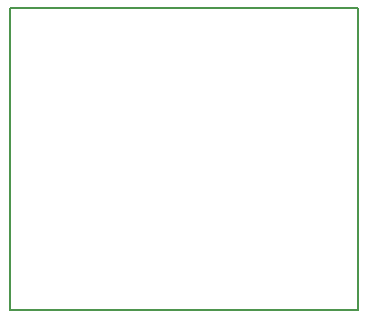
<source format=gbr>
%TF.GenerationSoftware,KiCad,Pcbnew,(5.1.10)-1*%
%TF.CreationDate,2021-05-26T11:20:56+00:00*%
%TF.ProjectId,esp32_programmer,65737033-325f-4707-926f-6772616d6d65,rev?*%
%TF.SameCoordinates,Original*%
%TF.FileFunction,Profile,NP*%
%FSLAX46Y46*%
G04 Gerber Fmt 4.6, Leading zero omitted, Abs format (unit mm)*
G04 Created by KiCad (PCBNEW (5.1.10)-1) date 2021-05-26 11:20:56*
%MOMM*%
%LPD*%
G01*
G04 APERTURE LIST*
%TA.AperFunction,Profile*%
%ADD10C,0.150000*%
%TD*%
G04 APERTURE END LIST*
D10*
X111500000Y-89000000D02*
X111500000Y-63500000D01*
X141000000Y-89000000D02*
X111500000Y-89000000D01*
X141000000Y-63500000D02*
X141000000Y-89000000D01*
X111500000Y-63500000D02*
X141000000Y-63500000D01*
M02*

</source>
